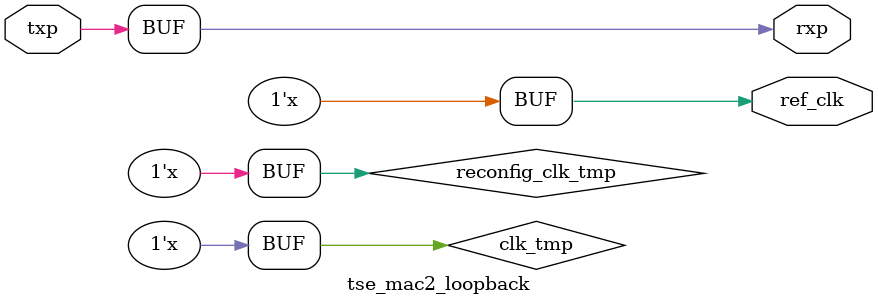
<source format=v>
module tse_mac2_loopback (
  ref_clk,
  txp,
  rxp
);
  output ref_clk;
  input txp;
  output rxp;
  reg clk_tmp;
  initial
     clk_tmp <= 1'b0;
  always
     #4 clk_tmp <= ~clk_tmp;
  reg reconfig_clk_tmp;
  initial
     reconfig_clk_tmp <= 1'b0;
  always
     #20 reconfig_clk_tmp <= ~reconfig_clk_tmp;
  assign ref_clk = clk_tmp;
  assign rxp=txp;
endmodule
</source>
